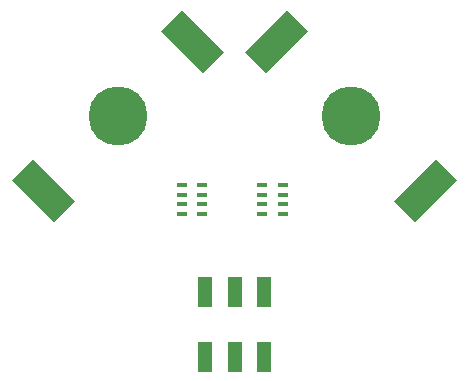
<source format=gbr>
G04 #@! TF.GenerationSoftware,KiCad,Pcbnew,(5.1.5)-3*
G04 #@! TF.CreationDate,2020-10-24T11:26:36-07:00*
G04 #@! TF.ProjectId,xmas_heart_2020,786d6173-5f68-4656-9172-745f32303230,rev?*
G04 #@! TF.SameCoordinates,Original*
G04 #@! TF.FileFunction,Paste,Bot*
G04 #@! TF.FilePolarity,Positive*
%FSLAX46Y46*%
G04 Gerber Fmt 4.6, Leading zero omitted, Abs format (unit mm)*
G04 Created by KiCad (PCBNEW (5.1.5)-3) date 2020-10-24 11:26:36*
%MOMM*%
%LPD*%
G04 APERTURE LIST*
%ADD10C,0.100000*%
%ADD11C,5.000000*%
%ADD12R,1.200000X2.500000*%
%ADD13R,0.900000X0.400000*%
G04 APERTURE END LIST*
D10*
G36*
X123972934Y-36091689D02*
G01*
X120366689Y-39697934D01*
X118598922Y-37930167D01*
X122205167Y-34323922D01*
X123972934Y-36091689D01*
G37*
G36*
X111351078Y-23469833D02*
G01*
X107744833Y-27076078D01*
X105977066Y-25308311D01*
X109583311Y-21702066D01*
X111351078Y-23469833D01*
G37*
D11*
X114975000Y-30700000D03*
D10*
G36*
X100640091Y-21702066D02*
G01*
X104246336Y-25308311D01*
X102478569Y-27076078D01*
X98872324Y-23469833D01*
X100640091Y-21702066D01*
G37*
G36*
X88018235Y-34323922D02*
G01*
X91624480Y-37930167D01*
X89856713Y-39697934D01*
X86250468Y-36091689D01*
X88018235Y-34323922D01*
G37*
D11*
X95248402Y-30700000D03*
D12*
X102611701Y-51100000D03*
X105111701Y-51100000D03*
X107611701Y-51100000D03*
X107611701Y-45600000D03*
X102611701Y-45600000D03*
X105111701Y-45600000D03*
D13*
X100650000Y-38150000D03*
X100650000Y-37350000D03*
X100650000Y-38950000D03*
X100650000Y-36550000D03*
X102350000Y-38950000D03*
X102350000Y-38150000D03*
X102350000Y-37350000D03*
X102350000Y-36550000D03*
X107475000Y-38950000D03*
X107475000Y-38150000D03*
X107475000Y-37350000D03*
X107475000Y-36550000D03*
X109175000Y-38950000D03*
X109175000Y-36550000D03*
X109175000Y-38150000D03*
X109175000Y-37350000D03*
M02*

</source>
